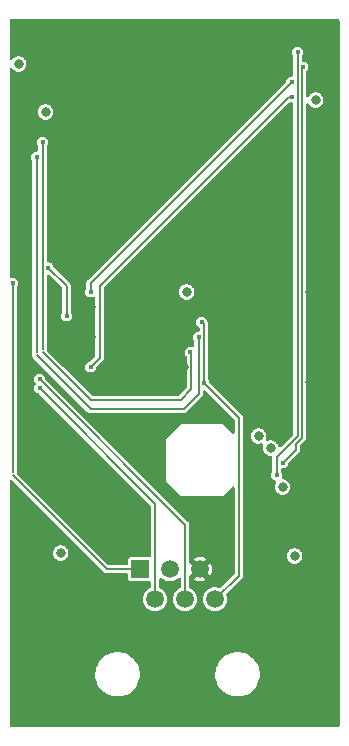
<source format=gbr>
%TF.GenerationSoftware,KiCad,Pcbnew,(6.0.0-rc1-343-g73b39e836d)*%
%TF.CreationDate,2021-12-09T15:59:46-05:00*%
%TF.ProjectId,Celestron-WiFi,43656c65-7374-4726-9f6e-2d576946692e,rev?*%
%TF.SameCoordinates,Original*%
%TF.FileFunction,Copper,L4,Bot*%
%TF.FilePolarity,Positive*%
%FSLAX46Y46*%
G04 Gerber Fmt 4.6, Leading zero omitted, Abs format (unit mm)*
G04 Created by KiCad (PCBNEW (6.0.0-rc1-343-g73b39e836d)) date 2021-12-09 15:59:46*
%MOMM*%
%LPD*%
G01*
G04 APERTURE LIST*
%TA.AperFunction,ComponentPad*%
%ADD10R,1.520000X1.520000*%
%TD*%
%TA.AperFunction,ComponentPad*%
%ADD11C,1.520000*%
%TD*%
%TA.AperFunction,ViaPad*%
%ADD12C,0.812800*%
%TD*%
%TA.AperFunction,ViaPad*%
%ADD13C,0.406400*%
%TD*%
%TA.AperFunction,Conductor*%
%ADD14C,0.203200*%
%TD*%
G04 APERTURE END LIST*
D10*
%TO.P,J2,1*%
%TO.N,DTR*%
X123068004Y-106783988D03*
D11*
%TO.P,J2,2*%
%TO.N,/RX*%
X124338004Y-109323988D03*
%TO.P,J2,3*%
%TO.N,+12V*%
X125608004Y-106783988D03*
%TO.P,J2,4*%
%TO.N,/TX*%
X126878004Y-109323988D03*
%TO.P,J2,5*%
%TO.N,GND*%
X128148004Y-106783988D03*
%TO.P,J2,6*%
%TO.N,/BUSY*%
X129418004Y-109323988D03*
%TD*%
D12*
%TO.N,GND*%
X126873000Y-70993000D03*
X125603000Y-70993000D03*
X124333000Y-70993000D03*
X123063000Y-70993000D03*
X126873000Y-69723000D03*
X125603000Y-69723000D03*
X124333000Y-69723000D03*
X123063000Y-69723000D03*
X126873000Y-68453000D03*
X125603000Y-68453000D03*
X124333000Y-68453000D03*
X123063000Y-68453000D03*
X126873000Y-67183000D03*
X125603000Y-67183000D03*
X124333000Y-67183000D03*
X123063000Y-67183000D03*
X135890000Y-61722000D03*
X137413010Y-90932000D03*
X123952000Y-99060000D03*
X121964612Y-102974333D03*
X118872000Y-90932000D03*
X112776000Y-68072000D03*
X118110000Y-98298000D03*
X123190000Y-93980000D03*
X114046000Y-64262000D03*
X115062000Y-69342000D03*
X137922000Y-61468000D03*
X116840000Y-88900000D03*
X137414000Y-96774000D03*
X118872000Y-87122000D03*
X133096000Y-99568000D03*
X118872000Y-84582000D03*
X127000000Y-84582000D03*
X126746000Y-89662000D03*
X114554000Y-93980000D03*
X137413010Y-83312000D03*
D13*
%TO.N,EN*%
X115285064Y-81249064D03*
X116840000Y-85344000D03*
D12*
%TO.N,VCC*%
X136144000Y-105664000D03*
X134112000Y-96520000D03*
X137922000Y-67056000D03*
X116332000Y-105410000D03*
X133096000Y-95504000D03*
X115062000Y-68072000D03*
X127000000Y-83312000D03*
X135128000Y-99822000D03*
X112776000Y-64008000D03*
D13*
%TO.N,DTR*%
X112268000Y-82550000D03*
%TO.N,/RX*%
X114554000Y-91440000D03*
%TO.N,/TX*%
X114554000Y-90678000D03*
%TO.N,/BUSY*%
X128270000Y-85852000D03*
X128472700Y-91027342D03*
%TO.N,IO32*%
X127305300Y-88392000D03*
X114808000Y-70612000D03*
%TO.N,IO33*%
X114300000Y-71882000D03*
X128016000Y-87122000D03*
%TO.N,RXD0*%
X135890000Y-66802000D03*
X118872000Y-89662000D03*
%TO.N,TXD0*%
X118872000Y-83312000D03*
X135890000Y-65532000D03*
%TO.N,TXG*%
X135128000Y-97790000D03*
X136854700Y-64262000D03*
%TO.N,RXG*%
X134620000Y-98806000D03*
X136398000Y-62992000D03*
%TD*%
D14*
%TO.N,EN*%
X116840000Y-82804000D02*
X116840000Y-85344000D01*
X115285064Y-81249064D02*
X116840000Y-82804000D01*
%TO.N,DTR*%
X123068004Y-106783988D02*
X120245988Y-106783988D01*
X112268000Y-98552000D02*
X112268000Y-82550000D01*
X112268000Y-98806000D02*
X120245988Y-106783988D01*
%TO.N,/RX*%
X124338004Y-101224004D02*
X114554000Y-91440000D01*
X124338004Y-109323988D02*
X124338004Y-101224004D01*
%TO.N,/TX*%
X126878004Y-109323988D02*
X126878004Y-103002004D01*
X126878004Y-103002004D02*
X114554000Y-90678000D01*
%TO.N,/BUSY*%
X128472701Y-86054701D02*
X128472700Y-91027342D01*
X129418004Y-109323988D02*
X131419620Y-107322372D01*
X128270000Y-85852000D02*
X128472701Y-86054701D01*
X131419620Y-93974262D02*
X128472700Y-91027342D01*
X131419620Y-107322372D02*
X131419620Y-93974262D01*
%TO.N,IO32*%
X127406889Y-88493589D02*
X127406889Y-91541111D01*
X114808000Y-88138000D02*
X114808000Y-70612000D01*
X127406889Y-91541111D02*
X126492000Y-92456000D01*
X126492000Y-92456000D02*
X118872000Y-92456000D01*
X118872000Y-92456000D02*
X114808000Y-88392000D01*
X127305300Y-88392000D02*
X127406889Y-88493589D01*
%TO.N,IO33*%
X126746000Y-93218000D02*
X118872000Y-93218000D01*
X128016000Y-91948000D02*
X126746000Y-93218000D01*
X114300000Y-88392000D02*
X114300000Y-71882000D01*
X128016000Y-87122000D02*
X128016000Y-91948000D01*
X118872000Y-93218000D02*
X114300000Y-88646000D01*
%TO.N,RXD0*%
X118872000Y-89662000D02*
X119634000Y-88900000D01*
X119634000Y-88900000D02*
X119634000Y-82804000D01*
X135636000Y-66802000D02*
X135890000Y-66802000D01*
X119634000Y-82804000D02*
X135636000Y-66802000D01*
%TO.N,TXD0*%
X118872000Y-83312000D02*
X118872000Y-82550000D01*
X118872000Y-82550000D02*
X135890000Y-65532000D01*
%TO.N,TXG*%
X136245111Y-96159091D02*
X136753111Y-95651091D01*
X136753111Y-64363589D02*
X136854700Y-64262000D01*
X136753110Y-95651091D02*
X136753111Y-64363589D01*
X135128000Y-97790000D02*
X136245111Y-96672889D01*
X136245111Y-96672889D02*
X136245111Y-96159091D01*
%TO.N,RXG*%
X134620000Y-98806000D02*
X134620000Y-97282000D01*
X134620000Y-97282000D02*
X136398000Y-95504000D01*
X136398000Y-95504000D02*
X136398000Y-62992000D01*
%TD*%
%TA.AperFunction,Conductor*%
%TO.N,GND*%
G36*
X139896121Y-60218002D02*
G01*
X139942614Y-60271658D01*
X139954000Y-60324000D01*
X139954000Y-120016000D01*
X139933998Y-120084121D01*
X139880342Y-120130614D01*
X139828000Y-120142000D01*
X112140000Y-120142000D01*
X112071879Y-120121998D01*
X112025386Y-120068342D01*
X112014000Y-120016000D01*
X112014000Y-115614801D01*
X119274633Y-115614801D01*
X119274808Y-115619252D01*
X119281481Y-115789093D01*
X119285082Y-115880760D01*
X119332902Y-116142595D01*
X119334311Y-116146818D01*
X119389511Y-116312272D01*
X119417137Y-116395079D01*
X119536107Y-116633175D01*
X119687438Y-116852133D01*
X119690460Y-116855402D01*
X119810534Y-116985297D01*
X119868111Y-117047584D01*
X119871565Y-117050396D01*
X120071064Y-117212814D01*
X120071068Y-117212817D01*
X120074521Y-117215628D01*
X120078343Y-117217929D01*
X120235726Y-117312681D01*
X120302549Y-117352912D01*
X120397900Y-117393288D01*
X120543543Y-117454961D01*
X120543548Y-117454963D01*
X120547646Y-117456698D01*
X120551943Y-117457837D01*
X120551948Y-117457839D01*
X120676283Y-117490805D01*
X120804921Y-117524913D01*
X120809338Y-117525436D01*
X120809339Y-117525436D01*
X120868099Y-117532391D01*
X121069241Y-117556197D01*
X121335332Y-117549926D01*
X121339726Y-117549195D01*
X121339733Y-117549194D01*
X121593483Y-117506959D01*
X121593487Y-117506958D01*
X121597885Y-117506226D01*
X121764009Y-117453688D01*
X121847415Y-117427310D01*
X121847417Y-117427309D01*
X121851661Y-117425967D01*
X122091597Y-117310751D01*
X122095303Y-117308275D01*
X122309197Y-117165356D01*
X122309201Y-117165353D01*
X122312905Y-117162878D01*
X122316222Y-117159907D01*
X122316226Y-117159904D01*
X122507854Y-116988267D01*
X122511170Y-116985297D01*
X122682436Y-116781552D01*
X122823284Y-116555709D01*
X122930907Y-116312272D01*
X123003155Y-116056100D01*
X123026706Y-115880760D01*
X123038160Y-115795486D01*
X123038161Y-115795478D01*
X123038587Y-115792304D01*
X123042305Y-115673988D01*
X123038114Y-115614801D01*
X129434633Y-115614801D01*
X129434808Y-115619252D01*
X129441481Y-115789093D01*
X129445082Y-115880760D01*
X129492902Y-116142595D01*
X129494311Y-116146818D01*
X129549511Y-116312272D01*
X129577137Y-116395079D01*
X129696107Y-116633175D01*
X129847438Y-116852133D01*
X129850460Y-116855402D01*
X129970534Y-116985297D01*
X130028111Y-117047584D01*
X130031565Y-117050396D01*
X130231064Y-117212814D01*
X130231068Y-117212817D01*
X130234521Y-117215628D01*
X130238343Y-117217929D01*
X130395726Y-117312681D01*
X130462549Y-117352912D01*
X130557900Y-117393288D01*
X130703543Y-117454961D01*
X130703548Y-117454963D01*
X130707646Y-117456698D01*
X130711943Y-117457837D01*
X130711948Y-117457839D01*
X130836283Y-117490805D01*
X130964921Y-117524913D01*
X130969338Y-117525436D01*
X130969339Y-117525436D01*
X131028099Y-117532391D01*
X131229241Y-117556197D01*
X131495332Y-117549926D01*
X131499726Y-117549195D01*
X131499733Y-117549194D01*
X131753483Y-117506959D01*
X131753487Y-117506958D01*
X131757885Y-117506226D01*
X131924009Y-117453688D01*
X132007415Y-117427310D01*
X132007417Y-117427309D01*
X132011661Y-117425967D01*
X132251597Y-117310751D01*
X132255303Y-117308275D01*
X132469197Y-117165356D01*
X132469201Y-117165353D01*
X132472905Y-117162878D01*
X132476222Y-117159907D01*
X132476226Y-117159904D01*
X132667854Y-116988267D01*
X132671170Y-116985297D01*
X132842436Y-116781552D01*
X132983284Y-116555709D01*
X133090907Y-116312272D01*
X133163155Y-116056100D01*
X133186706Y-115880760D01*
X133198160Y-115795486D01*
X133198161Y-115795478D01*
X133198587Y-115792304D01*
X133202305Y-115673988D01*
X133183507Y-115408488D01*
X133170920Y-115350022D01*
X133128423Y-115152637D01*
X133127486Y-115148285D01*
X133108211Y-115096036D01*
X133036903Y-114902748D01*
X133035362Y-114898571D01*
X132908972Y-114664329D01*
X132750838Y-114450232D01*
X132710571Y-114409327D01*
X132567246Y-114263734D01*
X132564115Y-114260553D01*
X132352528Y-114099075D01*
X132300511Y-114069944D01*
X132124186Y-113971197D01*
X132124183Y-113971196D01*
X132120300Y-113969021D01*
X132116161Y-113967420D01*
X132116153Y-113967416D01*
X131932290Y-113896286D01*
X131872064Y-113872986D01*
X131867739Y-113871983D01*
X131867734Y-113871982D01*
X131725575Y-113839032D01*
X131612774Y-113812886D01*
X131347601Y-113789919D01*
X131343166Y-113790163D01*
X131343162Y-113790163D01*
X131086281Y-113804300D01*
X131086274Y-113804301D01*
X131081838Y-113804545D01*
X130820788Y-113856471D01*
X130816578Y-113857949D01*
X130816576Y-113857950D01*
X130670124Y-113909381D01*
X130569658Y-113944662D01*
X130565707Y-113946715D01*
X130565701Y-113946717D01*
X130337409Y-114065305D01*
X130333459Y-114067357D01*
X130329844Y-114069940D01*
X130329838Y-114069944D01*
X130193129Y-114167638D01*
X130116905Y-114222109D01*
X129924316Y-114405830D01*
X129759535Y-114614854D01*
X129625850Y-114845010D01*
X129624182Y-114849127D01*
X129624179Y-114849134D01*
X129527601Y-115087574D01*
X129525927Y-115091707D01*
X129461762Y-115350022D01*
X129434633Y-115614801D01*
X123038114Y-115614801D01*
X123023507Y-115408488D01*
X123010920Y-115350022D01*
X122968423Y-115152637D01*
X122967486Y-115148285D01*
X122948211Y-115096036D01*
X122876903Y-114902748D01*
X122875362Y-114898571D01*
X122748972Y-114664329D01*
X122590838Y-114450232D01*
X122550571Y-114409327D01*
X122407246Y-114263734D01*
X122404115Y-114260553D01*
X122192528Y-114099075D01*
X122140511Y-114069944D01*
X121964186Y-113971197D01*
X121964183Y-113971196D01*
X121960300Y-113969021D01*
X121956161Y-113967420D01*
X121956153Y-113967416D01*
X121772290Y-113896286D01*
X121712064Y-113872986D01*
X121707739Y-113871983D01*
X121707734Y-113871982D01*
X121565575Y-113839032D01*
X121452774Y-113812886D01*
X121187601Y-113789919D01*
X121183166Y-113790163D01*
X121183162Y-113790163D01*
X120926281Y-113804300D01*
X120926274Y-113804301D01*
X120921838Y-113804545D01*
X120660788Y-113856471D01*
X120656578Y-113857949D01*
X120656576Y-113857950D01*
X120510124Y-113909381D01*
X120409658Y-113944662D01*
X120405707Y-113946715D01*
X120405701Y-113946717D01*
X120177409Y-114065305D01*
X120173459Y-114067357D01*
X120169844Y-114069940D01*
X120169838Y-114069944D01*
X120033129Y-114167638D01*
X119956905Y-114222109D01*
X119764316Y-114405830D01*
X119599535Y-114614854D01*
X119465850Y-114845010D01*
X119464182Y-114849127D01*
X119464179Y-114849134D01*
X119367601Y-115087574D01*
X119365927Y-115091707D01*
X119301762Y-115350022D01*
X119274633Y-115614801D01*
X112014000Y-115614801D01*
X112014000Y-105403028D01*
X115666283Y-105403028D01*
X115683836Y-105562026D01*
X115738809Y-105712246D01*
X115743046Y-105718552D01*
X115743048Y-105718555D01*
X115773992Y-105764604D01*
X115828028Y-105845017D01*
X115946341Y-105952675D01*
X116086920Y-106029002D01*
X116241647Y-106069594D01*
X116326033Y-106070920D01*
X116393993Y-106071988D01*
X116393996Y-106071988D01*
X116401590Y-106072107D01*
X116457334Y-106059340D01*
X116550113Y-106038091D01*
X116550117Y-106038090D01*
X116557516Y-106036395D01*
X116647982Y-105990896D01*
X116693640Y-105967933D01*
X116693643Y-105967931D01*
X116700423Y-105964521D01*
X116706195Y-105959592D01*
X116706197Y-105959590D01*
X116816288Y-105865563D01*
X116816289Y-105865562D01*
X116822060Y-105860633D01*
X116887554Y-105769488D01*
X116910974Y-105736896D01*
X116910975Y-105736894D01*
X116915405Y-105730729D01*
X116950364Y-105643767D01*
X116972235Y-105589360D01*
X116972235Y-105589359D01*
X116975069Y-105582310D01*
X116997608Y-105423942D01*
X116997754Y-105410000D01*
X116996911Y-105403028D01*
X116979449Y-105258735D01*
X116978537Y-105251195D01*
X116928343Y-105118361D01*
X116924678Y-105108661D01*
X116924677Y-105108658D01*
X116921994Y-105101559D01*
X116831389Y-104969729D01*
X116784274Y-104927751D01*
X116717627Y-104868370D01*
X116717624Y-104868368D01*
X116711955Y-104863317D01*
X116697919Y-104855885D01*
X116577297Y-104792019D01*
X116577298Y-104792019D01*
X116570585Y-104788465D01*
X116563220Y-104786615D01*
X116422812Y-104751347D01*
X116422808Y-104751347D01*
X116415441Y-104749496D01*
X116407841Y-104749456D01*
X116407840Y-104749456D01*
X116342147Y-104749112D01*
X116255480Y-104748658D01*
X116248100Y-104750430D01*
X116248098Y-104750430D01*
X116107317Y-104784229D01*
X116107315Y-104784230D01*
X116099937Y-104786001D01*
X115957791Y-104859368D01*
X115952069Y-104864360D01*
X115952067Y-104864361D01*
X115885196Y-104922697D01*
X115837248Y-104964524D01*
X115745269Y-105095397D01*
X115738109Y-105113762D01*
X115695235Y-105223729D01*
X115687162Y-105244434D01*
X115686170Y-105251967D01*
X115686170Y-105251968D01*
X115673344Y-105349397D01*
X115666283Y-105403028D01*
X112014000Y-105403028D01*
X112014000Y-99359791D01*
X112034002Y-99291670D01*
X112087658Y-99245177D01*
X112157932Y-99235073D01*
X112222512Y-99264567D01*
X112229095Y-99270696D01*
X116107903Y-103149505D01*
X119957821Y-106999423D01*
X119970493Y-107015113D01*
X119973315Y-107018214D01*
X119978963Y-107026962D01*
X119987141Y-107033409D01*
X120003355Y-107046191D01*
X120007385Y-107049772D01*
X120007468Y-107049674D01*
X120011425Y-107053027D01*
X120015106Y-107056708D01*
X120019338Y-107059732D01*
X120019340Y-107059734D01*
X120029699Y-107067137D01*
X120034444Y-107070700D01*
X120063883Y-107093908D01*
X120063885Y-107093909D01*
X120072063Y-107100356D01*
X120080168Y-107103202D01*
X120087159Y-107108198D01*
X120132764Y-107121837D01*
X120133050Y-107121922D01*
X120138695Y-107123756D01*
X120176435Y-107137009D01*
X120176438Y-107137010D01*
X120183917Y-107139636D01*
X120189136Y-107140088D01*
X120191847Y-107140088D01*
X120194124Y-107140186D01*
X120194573Y-107140321D01*
X120194571Y-107140375D01*
X120194804Y-107140390D01*
X120200740Y-107142165D01*
X120251138Y-107140185D01*
X120256084Y-107140088D01*
X121927505Y-107140088D01*
X121995626Y-107160090D01*
X122042119Y-107213746D01*
X122053505Y-107266088D01*
X122053505Y-107569054D01*
X122055925Y-107581219D01*
X122064450Y-107624082D01*
X122068270Y-107643289D01*
X122075165Y-107653609D01*
X122075166Y-107653610D01*
X122084453Y-107667508D01*
X122124520Y-107727472D01*
X122208703Y-107783722D01*
X122282937Y-107798488D01*
X122289124Y-107798488D01*
X123853070Y-107798487D01*
X123853070Y-107800618D01*
X123913312Y-107812046D01*
X123964838Y-107860888D01*
X123981904Y-107924208D01*
X123981904Y-108289024D01*
X123961902Y-108357145D01*
X123914280Y-108400685D01*
X123779813Y-108470983D01*
X123624761Y-108595648D01*
X123496876Y-108748056D01*
X123401029Y-108922400D01*
X123340872Y-109112041D01*
X123318694Y-109309755D01*
X123335342Y-109508011D01*
X123390181Y-109699257D01*
X123393000Y-109704742D01*
X123478305Y-109870728D01*
X123478308Y-109870733D01*
X123481123Y-109876210D01*
X123604703Y-110032129D01*
X123609397Y-110036124D01*
X123644512Y-110066009D01*
X123756213Y-110161075D01*
X123761591Y-110164081D01*
X123761593Y-110164082D01*
X123803461Y-110187481D01*
X123929885Y-110258136D01*
X123935744Y-110260040D01*
X123935747Y-110260041D01*
X124113238Y-110317712D01*
X124119101Y-110319617D01*
X124125221Y-110320347D01*
X124125222Y-110320347D01*
X124174754Y-110326253D01*
X124316655Y-110343173D01*
X124322790Y-110342701D01*
X124322792Y-110342701D01*
X124508882Y-110328383D01*
X124508887Y-110328382D01*
X124515023Y-110327910D01*
X124520955Y-110326254D01*
X124520959Y-110326253D01*
X124610835Y-110301159D01*
X124706647Y-110274407D01*
X124884231Y-110184703D01*
X124914474Y-110161075D01*
X125036152Y-110066009D01*
X125041008Y-110062215D01*
X125171009Y-109911608D01*
X125174052Y-109906251D01*
X125174055Y-109906247D01*
X125220144Y-109825114D01*
X125269280Y-109738619D01*
X125280550Y-109704742D01*
X125330133Y-109555689D01*
X125332080Y-109549837D01*
X125357016Y-109352452D01*
X125357413Y-109323988D01*
X125356018Y-109309755D01*
X125338600Y-109132117D01*
X125337999Y-109125984D01*
X125280495Y-108935521D01*
X125187091Y-108759856D01*
X125061347Y-108605678D01*
X124908050Y-108478860D01*
X124816314Y-108429258D01*
X124760175Y-108398903D01*
X124709766Y-108348908D01*
X124694104Y-108288068D01*
X124694104Y-107611116D01*
X124714106Y-107542995D01*
X124767762Y-107496502D01*
X124838036Y-107486398D01*
X124901767Y-107515163D01*
X124957818Y-107562866D01*
X125013835Y-107610540D01*
X125026213Y-107621075D01*
X125031591Y-107624081D01*
X125031593Y-107624082D01*
X125073461Y-107647481D01*
X125199885Y-107718136D01*
X125205744Y-107720040D01*
X125205747Y-107720041D01*
X125289456Y-107747240D01*
X125389101Y-107779617D01*
X125395221Y-107780347D01*
X125395222Y-107780347D01*
X125444754Y-107786253D01*
X125586655Y-107803173D01*
X125592790Y-107802701D01*
X125592792Y-107802701D01*
X125778882Y-107788383D01*
X125778887Y-107788382D01*
X125785023Y-107787910D01*
X125790955Y-107786254D01*
X125790959Y-107786253D01*
X125880835Y-107761158D01*
X125976647Y-107734407D01*
X126154231Y-107644703D01*
X126184474Y-107621075D01*
X126306153Y-107526008D01*
X126311008Y-107522215D01*
X126311031Y-107522245D01*
X126372142Y-107490792D01*
X126442813Y-107497588D01*
X126498590Y-107541513D01*
X126521904Y-107614531D01*
X126521904Y-108289024D01*
X126501902Y-108357145D01*
X126454280Y-108400685D01*
X126319813Y-108470983D01*
X126164761Y-108595648D01*
X126036876Y-108748056D01*
X125941029Y-108922400D01*
X125880872Y-109112041D01*
X125858694Y-109309755D01*
X125875342Y-109508011D01*
X125930181Y-109699257D01*
X125933000Y-109704742D01*
X126018305Y-109870728D01*
X126018308Y-109870733D01*
X126021123Y-109876210D01*
X126144703Y-110032129D01*
X126149397Y-110036124D01*
X126184512Y-110066009D01*
X126296213Y-110161075D01*
X126301591Y-110164081D01*
X126301593Y-110164082D01*
X126343461Y-110187481D01*
X126469885Y-110258136D01*
X126475744Y-110260040D01*
X126475747Y-110260041D01*
X126653238Y-110317712D01*
X126659101Y-110319617D01*
X126665221Y-110320347D01*
X126665222Y-110320347D01*
X126714754Y-110326253D01*
X126856655Y-110343173D01*
X126862790Y-110342701D01*
X126862792Y-110342701D01*
X127048882Y-110328383D01*
X127048887Y-110328382D01*
X127055023Y-110327910D01*
X127060955Y-110326254D01*
X127060959Y-110326253D01*
X127150835Y-110301159D01*
X127246647Y-110274407D01*
X127424231Y-110184703D01*
X127454474Y-110161075D01*
X127576152Y-110066009D01*
X127581008Y-110062215D01*
X127711009Y-109911608D01*
X127714052Y-109906251D01*
X127714055Y-109906247D01*
X127760144Y-109825114D01*
X127809280Y-109738619D01*
X127820550Y-109704742D01*
X127870133Y-109555689D01*
X127872080Y-109549837D01*
X127897016Y-109352452D01*
X127897413Y-109323988D01*
X127896018Y-109309755D01*
X127878600Y-109132117D01*
X127877999Y-109125984D01*
X127820495Y-108935521D01*
X127727091Y-108759856D01*
X127601347Y-108605678D01*
X127448050Y-108478860D01*
X127356314Y-108429258D01*
X127300175Y-108398903D01*
X127249766Y-108348908D01*
X127234104Y-108288068D01*
X127234104Y-107657529D01*
X127639292Y-107657529D01*
X127644201Y-107664088D01*
X127734706Y-107714668D01*
X127745947Y-107719579D01*
X127923350Y-107777221D01*
X127935324Y-107779854D01*
X128120554Y-107801942D01*
X128132803Y-107802199D01*
X128318793Y-107787888D01*
X128330872Y-107785757D01*
X128510521Y-107735598D01*
X128521971Y-107731157D01*
X128647975Y-107667508D01*
X128658261Y-107657861D01*
X128656023Y-107651218D01*
X128160815Y-107156009D01*
X128146872Y-107148396D01*
X128145038Y-107148527D01*
X128138424Y-107152778D01*
X127646049Y-107645154D01*
X127639292Y-107657529D01*
X127234104Y-107657529D01*
X127234104Y-107390563D01*
X127254106Y-107322442D01*
X127273505Y-107300334D01*
X127272976Y-107299805D01*
X127775983Y-106796799D01*
X127782360Y-106785120D01*
X128512412Y-106785120D01*
X128512543Y-106786954D01*
X128516794Y-106793568D01*
X129009070Y-107285843D01*
X129021445Y-107292600D01*
X129028179Y-107287559D01*
X129075774Y-107203777D01*
X129080768Y-107192561D01*
X129139643Y-107015577D01*
X129142363Y-107003606D01*
X129166071Y-106815941D01*
X129166562Y-106808914D01*
X129166861Y-106787493D01*
X129166568Y-106780500D01*
X129148106Y-106592214D01*
X129145723Y-106580179D01*
X129091811Y-106401613D01*
X129087137Y-106390272D01*
X129031002Y-106284699D01*
X129021143Y-106274619D01*
X129014015Y-106277188D01*
X128520025Y-106771177D01*
X128512412Y-106785120D01*
X127782360Y-106785120D01*
X127783596Y-106782856D01*
X127783465Y-106781022D01*
X127779214Y-106774408D01*
X127273894Y-106269089D01*
X127276848Y-106266135D01*
X127249522Y-106238813D01*
X127234104Y-106178418D01*
X127234104Y-105910641D01*
X127638377Y-105910641D01*
X127640832Y-105917605D01*
X128135193Y-106411967D01*
X128149136Y-106419580D01*
X128150970Y-106419449D01*
X128157584Y-106415198D01*
X128650268Y-105922513D01*
X128657025Y-105910138D01*
X128652366Y-105903914D01*
X128548271Y-105847629D01*
X128536956Y-105842873D01*
X128358769Y-105787715D01*
X128346758Y-105785249D01*
X128161245Y-105765751D01*
X128148977Y-105765666D01*
X127963219Y-105782571D01*
X127951170Y-105784869D01*
X127772224Y-105837536D01*
X127760856Y-105842129D01*
X127648526Y-105900854D01*
X127638377Y-105910641D01*
X127234104Y-105910641D01*
X127234104Y-103053436D01*
X127236239Y-103033375D01*
X127236436Y-103029191D01*
X127238628Y-103019011D01*
X127234977Y-102988164D01*
X127234660Y-102982789D01*
X127234532Y-102982800D01*
X127234104Y-102977622D01*
X127234104Y-102972420D01*
X127231165Y-102954761D01*
X127230330Y-102948889D01*
X127225920Y-102911630D01*
X127225918Y-102911623D01*
X127224694Y-102901282D01*
X127220974Y-102893536D01*
X127219564Y-102885062D01*
X127196812Y-102842895D01*
X127194119Y-102837608D01*
X127176809Y-102801562D01*
X127176807Y-102801559D01*
X127173376Y-102794414D01*
X127170005Y-102790404D01*
X127168067Y-102788466D01*
X127166552Y-102786815D01*
X127166331Y-102786405D01*
X127166373Y-102786367D01*
X127166212Y-102786184D01*
X127163269Y-102780730D01*
X127126209Y-102746472D01*
X127122643Y-102743042D01*
X115039204Y-90659602D01*
X115005178Y-90597290D01*
X115003572Y-90588369D01*
X114999095Y-90557107D01*
X114999093Y-90557100D01*
X114997821Y-90548218D01*
X114943556Y-90428869D01*
X114857975Y-90329547D01*
X114844895Y-90321069D01*
X114755489Y-90263118D01*
X114755487Y-90263117D01*
X114747958Y-90258237D01*
X114622348Y-90220672D01*
X114613372Y-90220617D01*
X114613371Y-90220617D01*
X114558959Y-90220285D01*
X114491244Y-90219871D01*
X114365185Y-90255899D01*
X114357598Y-90260686D01*
X114357596Y-90260687D01*
X114299243Y-90297505D01*
X114254305Y-90325859D01*
X114167517Y-90424128D01*
X114111798Y-90542805D01*
X114104704Y-90588369D01*
X114093009Y-90663478D01*
X114093009Y-90663482D01*
X114091628Y-90672351D01*
X114108627Y-90802350D01*
X114161430Y-90922354D01*
X114167206Y-90929225D01*
X114208140Y-90977922D01*
X114236661Y-91042938D01*
X114225505Y-91113053D01*
X114206131Y-91142405D01*
X114175460Y-91177134D01*
X114167517Y-91186128D01*
X114111798Y-91304805D01*
X114110417Y-91313677D01*
X114093009Y-91425478D01*
X114093009Y-91425482D01*
X114091628Y-91434351D01*
X114092792Y-91443253D01*
X114092792Y-91443256D01*
X114100128Y-91499351D01*
X114108627Y-91564350D01*
X114161430Y-91684354D01*
X114245791Y-91784713D01*
X114354929Y-91857362D01*
X114480070Y-91896459D01*
X114479499Y-91898288D01*
X114539274Y-91928875D01*
X123944999Y-101334601D01*
X123979025Y-101396913D01*
X123981904Y-101423696D01*
X123981904Y-105643767D01*
X123961902Y-105711888D01*
X123908246Y-105758381D01*
X123853071Y-105767574D01*
X123853071Y-105769488D01*
X122282938Y-105769489D01*
X122247186Y-105776600D01*
X122220878Y-105781832D01*
X122220876Y-105781833D01*
X122208703Y-105784254D01*
X122198383Y-105791149D01*
X122198382Y-105791150D01*
X122137989Y-105831504D01*
X122124520Y-105840504D01*
X122068270Y-105924687D01*
X122053504Y-105998921D01*
X122053504Y-106301888D01*
X122033502Y-106370009D01*
X121979846Y-106416502D01*
X121927504Y-106427888D01*
X120445679Y-106427888D01*
X120377558Y-106407886D01*
X120356584Y-106390983D01*
X112661005Y-98695403D01*
X112626979Y-98633091D01*
X112624100Y-98606308D01*
X112624100Y-82885226D01*
X112645587Y-82814945D01*
X112651353Y-82808575D01*
X112701448Y-82705177D01*
X112704604Y-82698664D01*
X112704604Y-82698663D01*
X112708517Y-82690587D01*
X112730269Y-82561298D01*
X112730407Y-82550000D01*
X112723044Y-82498583D01*
X112713094Y-82429104D01*
X112713093Y-82429101D01*
X112711821Y-82420218D01*
X112708107Y-82412049D01*
X112661273Y-82309043D01*
X112661271Y-82309040D01*
X112657556Y-82300869D01*
X112571975Y-82201547D01*
X112521805Y-82169028D01*
X112469489Y-82135118D01*
X112469487Y-82135117D01*
X112461958Y-82130237D01*
X112336348Y-82092672D01*
X112327372Y-82092617D01*
X112327371Y-82092617D01*
X112272959Y-82092285D01*
X112205244Y-82091871D01*
X112174625Y-82100622D01*
X112103630Y-82100110D01*
X112044182Y-82061296D01*
X112015156Y-81996504D01*
X112014000Y-81979473D01*
X112014000Y-71876351D01*
X113837628Y-71876351D01*
X113854627Y-72006350D01*
X113907430Y-72126354D01*
X113913205Y-72133224D01*
X113913208Y-72133229D01*
X113914348Y-72134585D01*
X113915055Y-72136196D01*
X113917951Y-72140849D01*
X113917280Y-72141267D01*
X113942872Y-72199599D01*
X113943900Y-72215663D01*
X113943900Y-88421584D01*
X113944753Y-88426711D01*
X113944754Y-88426719D01*
X113957451Y-88503004D01*
X113956338Y-88550210D01*
X113941568Y-88618809D01*
X113941568Y-88618813D01*
X113939376Y-88628993D01*
X113953310Y-88746722D01*
X113973806Y-88789404D01*
X113997805Y-88839381D01*
X114004628Y-88853590D01*
X114007999Y-88857600D01*
X118583832Y-93433433D01*
X118596509Y-93449129D01*
X118599326Y-93452225D01*
X118604975Y-93460974D01*
X118613153Y-93467421D01*
X118629372Y-93480207D01*
X118633396Y-93483783D01*
X118633479Y-93483685D01*
X118637443Y-93487044D01*
X118641118Y-93490719D01*
X118655737Y-93501167D01*
X118660408Y-93504674D01*
X118698075Y-93534368D01*
X118706181Y-93537214D01*
X118713171Y-93542210D01*
X118746709Y-93552240D01*
X118759071Y-93555937D01*
X118764715Y-93557771D01*
X118802447Y-93571021D01*
X118802450Y-93571022D01*
X118809929Y-93573648D01*
X118815148Y-93574100D01*
X118817859Y-93574100D01*
X118820135Y-93574198D01*
X118820585Y-93574333D01*
X118820583Y-93574387D01*
X118820814Y-93574402D01*
X118826751Y-93576177D01*
X118877149Y-93574197D01*
X118882095Y-93574100D01*
X126694572Y-93574100D01*
X126714621Y-93576234D01*
X126718811Y-93576432D01*
X126728993Y-93578624D01*
X126759840Y-93574973D01*
X126765215Y-93574656D01*
X126765204Y-93574528D01*
X126770382Y-93574100D01*
X126775584Y-93574100D01*
X126786919Y-93572213D01*
X126793243Y-93571161D01*
X126799115Y-93570326D01*
X126836374Y-93565916D01*
X126836381Y-93565914D01*
X126846722Y-93564690D01*
X126854468Y-93560970D01*
X126862942Y-93559560D01*
X126902186Y-93538385D01*
X126905109Y-93536808D01*
X126910396Y-93534115D01*
X126946442Y-93516805D01*
X126946445Y-93516803D01*
X126953590Y-93513372D01*
X126957600Y-93510001D01*
X126959538Y-93508063D01*
X126961189Y-93506548D01*
X126961599Y-93506327D01*
X126961637Y-93506369D01*
X126961820Y-93506208D01*
X126967274Y-93503265D01*
X126978872Y-93490719D01*
X127001531Y-93466206D01*
X127004961Y-93462640D01*
X128231435Y-92236167D01*
X128247125Y-92223495D01*
X128250226Y-92220673D01*
X128258974Y-92215025D01*
X128278203Y-92190633D01*
X128281784Y-92186603D01*
X128281686Y-92186520D01*
X128285039Y-92182563D01*
X128288720Y-92178882D01*
X128299149Y-92164289D01*
X128302712Y-92159544D01*
X128325920Y-92130105D01*
X128325921Y-92130103D01*
X128332368Y-92121925D01*
X128335214Y-92113820D01*
X128340210Y-92106829D01*
X128353937Y-92060929D01*
X128355771Y-92055285D01*
X128369021Y-92017553D01*
X128369022Y-92017550D01*
X128371648Y-92010071D01*
X128372100Y-92004852D01*
X128372100Y-92002141D01*
X128372198Y-91999865D01*
X128372333Y-91999415D01*
X128372387Y-91999417D01*
X128372402Y-91999186D01*
X128374177Y-91993249D01*
X128372197Y-91942851D01*
X128372100Y-91937905D01*
X128372100Y-91734533D01*
X128392102Y-91666412D01*
X128445758Y-91619919D01*
X128516032Y-91609815D01*
X128580612Y-91639309D01*
X128587194Y-91645437D01*
X130375189Y-93433433D01*
X131026615Y-94084859D01*
X131060641Y-94147171D01*
X131063520Y-94173954D01*
X131063520Y-95199330D01*
X131043518Y-95267451D01*
X130989862Y-95313944D01*
X130919588Y-95324048D01*
X130855008Y-95294554D01*
X130848425Y-95288425D01*
X130048000Y-94488000D01*
X126492000Y-94488000D01*
X125222000Y-95758000D01*
X125222000Y-99314000D01*
X126492000Y-100584000D01*
X130048000Y-100584000D01*
X130848425Y-99783575D01*
X130910737Y-99749549D01*
X130981552Y-99754614D01*
X131038388Y-99797161D01*
X131063199Y-99863681D01*
X131063520Y-99872670D01*
X131063520Y-107122680D01*
X131043518Y-107190801D01*
X131026615Y-107211775D01*
X129898185Y-108340205D01*
X129835873Y-108374231D01*
X129771831Y-108371475D01*
X129670812Y-108340205D01*
X129622985Y-108325400D01*
X129616860Y-108324756D01*
X129616859Y-108324756D01*
X129431250Y-108305248D01*
X129431248Y-108305248D01*
X129425121Y-108304604D01*
X129342809Y-108312095D01*
X129233125Y-108322077D01*
X129233122Y-108322078D01*
X129226986Y-108322636D01*
X129221080Y-108324374D01*
X129221076Y-108324375D01*
X129075224Y-108367301D01*
X129036127Y-108378808D01*
X129030667Y-108381662D01*
X129030668Y-108381662D01*
X128865273Y-108468128D01*
X128865269Y-108468131D01*
X128859813Y-108470983D01*
X128704761Y-108595648D01*
X128576876Y-108748056D01*
X128481029Y-108922400D01*
X128420872Y-109112041D01*
X128398694Y-109309755D01*
X128415342Y-109508011D01*
X128470181Y-109699257D01*
X128473000Y-109704742D01*
X128558305Y-109870728D01*
X128558308Y-109870733D01*
X128561123Y-109876210D01*
X128684703Y-110032129D01*
X128689397Y-110036124D01*
X128724512Y-110066009D01*
X128836213Y-110161075D01*
X128841591Y-110164081D01*
X128841593Y-110164082D01*
X128883461Y-110187481D01*
X129009885Y-110258136D01*
X129015744Y-110260040D01*
X129015747Y-110260041D01*
X129193238Y-110317712D01*
X129199101Y-110319617D01*
X129205221Y-110320347D01*
X129205222Y-110320347D01*
X129254754Y-110326253D01*
X129396655Y-110343173D01*
X129402790Y-110342701D01*
X129402792Y-110342701D01*
X129588882Y-110328383D01*
X129588887Y-110328382D01*
X129595023Y-110327910D01*
X129600955Y-110326254D01*
X129600959Y-110326253D01*
X129690835Y-110301159D01*
X129786647Y-110274407D01*
X129964231Y-110184703D01*
X129994474Y-110161075D01*
X130116152Y-110066009D01*
X130121008Y-110062215D01*
X130251009Y-109911608D01*
X130254052Y-109906251D01*
X130254055Y-109906247D01*
X130300144Y-109825114D01*
X130349280Y-109738619D01*
X130360550Y-109704742D01*
X130410133Y-109555689D01*
X130412080Y-109549837D01*
X130437016Y-109352452D01*
X130437413Y-109323988D01*
X130436018Y-109309755D01*
X130418600Y-109132117D01*
X130417999Y-109125984D01*
X130370597Y-108968980D01*
X130370056Y-108897988D01*
X130402124Y-108843469D01*
X131635053Y-107610540D01*
X131650749Y-107597863D01*
X131653845Y-107595046D01*
X131662594Y-107589397D01*
X131681827Y-107565000D01*
X131685403Y-107560976D01*
X131685305Y-107560893D01*
X131688664Y-107556929D01*
X131692339Y-107553254D01*
X131702787Y-107538635D01*
X131706294Y-107533964D01*
X131735988Y-107496297D01*
X131738834Y-107488191D01*
X131743830Y-107481201D01*
X131757557Y-107435301D01*
X131759391Y-107429657D01*
X131772641Y-107391925D01*
X131772642Y-107391922D01*
X131775268Y-107384443D01*
X131775720Y-107379224D01*
X131775720Y-107376513D01*
X131775818Y-107374237D01*
X131775953Y-107373787D01*
X131776007Y-107373789D01*
X131776022Y-107373558D01*
X131777797Y-107367621D01*
X131775817Y-107317223D01*
X131775720Y-107312277D01*
X131775720Y-105657028D01*
X135478283Y-105657028D01*
X135495836Y-105816026D01*
X135550809Y-105966246D01*
X135555046Y-105972552D01*
X135555048Y-105972555D01*
X135558492Y-105977680D01*
X135640028Y-106099017D01*
X135758341Y-106206675D01*
X135765018Y-106210300D01*
X135765019Y-106210301D01*
X135786443Y-106221933D01*
X135898920Y-106283002D01*
X136053647Y-106323594D01*
X136138033Y-106324920D01*
X136205993Y-106325988D01*
X136205996Y-106325988D01*
X136213590Y-106326107D01*
X136269334Y-106313340D01*
X136362113Y-106292091D01*
X136362117Y-106292090D01*
X136369516Y-106290395D01*
X136440617Y-106254635D01*
X136505640Y-106221933D01*
X136505643Y-106221931D01*
X136512423Y-106218521D01*
X136518195Y-106213592D01*
X136518197Y-106213590D01*
X136628288Y-106119563D01*
X136628289Y-106119562D01*
X136634060Y-106114633D01*
X136689061Y-106038091D01*
X136722974Y-105990896D01*
X136722975Y-105990894D01*
X136727405Y-105984729D01*
X136747023Y-105935929D01*
X136784235Y-105843360D01*
X136784235Y-105843359D01*
X136787069Y-105836310D01*
X136809608Y-105677942D01*
X136809754Y-105664000D01*
X136808911Y-105657028D01*
X136797414Y-105562026D01*
X136790537Y-105505195D01*
X136758276Y-105419818D01*
X136736678Y-105362661D01*
X136736677Y-105362658D01*
X136733994Y-105355559D01*
X136643389Y-105223729D01*
X136596274Y-105181751D01*
X136529627Y-105122370D01*
X136529624Y-105122368D01*
X136523955Y-105117317D01*
X136509919Y-105109885D01*
X136389297Y-105046019D01*
X136389298Y-105046019D01*
X136382585Y-105042465D01*
X136375220Y-105040615D01*
X136234812Y-105005347D01*
X136234808Y-105005347D01*
X136227441Y-105003496D01*
X136219841Y-105003456D01*
X136219840Y-105003456D01*
X136154147Y-105003112D01*
X136067480Y-105002658D01*
X136060100Y-105004430D01*
X136060098Y-105004430D01*
X135919317Y-105038229D01*
X135919315Y-105038230D01*
X135911937Y-105040001D01*
X135824990Y-105084878D01*
X135778911Y-105108661D01*
X135769791Y-105113368D01*
X135764069Y-105118360D01*
X135764067Y-105118361D01*
X135697196Y-105176697D01*
X135649248Y-105218524D01*
X135557269Y-105349397D01*
X135499162Y-105498434D01*
X135498170Y-105505967D01*
X135498170Y-105505968D01*
X135480029Y-105643767D01*
X135478283Y-105657028D01*
X131775720Y-105657028D01*
X131775720Y-94025689D01*
X131777854Y-94005640D01*
X131778052Y-94001450D01*
X131780244Y-93991268D01*
X131776593Y-93960422D01*
X131776276Y-93955045D01*
X131776148Y-93955056D01*
X131775720Y-93949878D01*
X131775720Y-93944678D01*
X131774866Y-93939546D01*
X131772778Y-93927001D01*
X131771941Y-93921123D01*
X131767533Y-93883882D01*
X131766309Y-93873539D01*
X131762591Y-93865796D01*
X131761180Y-93857320D01*
X131755698Y-93847159D01*
X131738426Y-93815148D01*
X131735733Y-93809862D01*
X131718425Y-93773820D01*
X131718423Y-93773817D01*
X131714992Y-93766672D01*
X131711621Y-93762662D01*
X131709683Y-93760724D01*
X131708168Y-93759073D01*
X131707947Y-93758663D01*
X131707989Y-93758625D01*
X131707828Y-93758442D01*
X131704885Y-93752988D01*
X131667825Y-93718730D01*
X131664260Y-93715301D01*
X128957904Y-91008944D01*
X128923878Y-90946632D01*
X128922272Y-90937711D01*
X128917795Y-90906449D01*
X128917793Y-90906442D01*
X128916521Y-90897560D01*
X128876969Y-90810570D01*
X128865971Y-90786381D01*
X128865970Y-90786379D01*
X128862256Y-90778211D01*
X128856398Y-90771413D01*
X128851561Y-90763849D01*
X128853736Y-90762458D01*
X128830034Y-90710176D01*
X128828800Y-90692587D01*
X128828801Y-86106133D01*
X128830936Y-86086072D01*
X128831133Y-86081888D01*
X128833325Y-86071708D01*
X128829674Y-86040861D01*
X128829357Y-86035486D01*
X128829229Y-86035497D01*
X128828801Y-86030319D01*
X128828801Y-86025117D01*
X128825862Y-86007458D01*
X128825027Y-86001586D01*
X128820617Y-85964327D01*
X128820615Y-85964320D01*
X128819391Y-85953979D01*
X128815671Y-85946233D01*
X128814261Y-85937759D01*
X128791509Y-85895592D01*
X128788816Y-85890305D01*
X128771503Y-85854254D01*
X128768073Y-85847111D01*
X128764703Y-85843101D01*
X128762780Y-85841178D01*
X128761246Y-85839505D01*
X128761025Y-85839096D01*
X128761066Y-85839059D01*
X128760909Y-85838881D01*
X128757966Y-85833427D01*
X128750318Y-85826357D01*
X128744289Y-85818585D01*
X128719120Y-85759219D01*
X128715094Y-85731105D01*
X128715094Y-85731103D01*
X128713821Y-85722218D01*
X128659556Y-85602869D01*
X128573975Y-85503547D01*
X128519673Y-85468350D01*
X128471489Y-85437118D01*
X128471487Y-85437117D01*
X128463958Y-85432237D01*
X128338348Y-85394672D01*
X128329372Y-85394617D01*
X128329371Y-85394617D01*
X128274959Y-85394285D01*
X128207244Y-85393871D01*
X128081185Y-85429899D01*
X128073598Y-85434686D01*
X128073596Y-85434687D01*
X128034357Y-85459445D01*
X127970305Y-85499859D01*
X127883517Y-85598128D01*
X127827798Y-85716805D01*
X127826417Y-85725677D01*
X127809009Y-85837478D01*
X127809009Y-85837482D01*
X127807628Y-85846351D01*
X127808792Y-85855253D01*
X127808792Y-85855256D01*
X127813725Y-85892979D01*
X127824627Y-85976350D01*
X127877430Y-86096354D01*
X127961791Y-86196713D01*
X128060421Y-86262367D01*
X128106043Y-86316765D01*
X128116601Y-86367254D01*
X128116601Y-86538097D01*
X128096599Y-86606218D01*
X128042943Y-86652711D01*
X127989832Y-86664095D01*
X127953244Y-86663871D01*
X127827185Y-86699899D01*
X127716305Y-86769859D01*
X127629517Y-86868128D01*
X127573798Y-86986805D01*
X127572417Y-86995677D01*
X127555009Y-87107478D01*
X127555009Y-87107482D01*
X127553628Y-87116351D01*
X127570627Y-87246350D01*
X127623430Y-87366354D01*
X127629205Y-87373224D01*
X127629208Y-87373229D01*
X127630348Y-87374585D01*
X127631055Y-87376196D01*
X127633951Y-87380849D01*
X127633280Y-87381267D01*
X127658872Y-87439599D01*
X127659900Y-87455663D01*
X127659900Y-87851083D01*
X127639898Y-87919204D01*
X127586242Y-87965697D01*
X127515968Y-87975801D01*
X127497799Y-87971800D01*
X127382253Y-87937245D01*
X127382250Y-87937245D01*
X127373648Y-87934672D01*
X127364672Y-87934617D01*
X127364671Y-87934617D01*
X127310259Y-87934285D01*
X127242544Y-87933871D01*
X127116485Y-87969899D01*
X127108898Y-87974686D01*
X127108896Y-87974687D01*
X127050543Y-88011505D01*
X127005605Y-88039859D01*
X126918817Y-88138128D01*
X126863098Y-88256805D01*
X126861717Y-88265677D01*
X126844309Y-88377478D01*
X126844309Y-88377482D01*
X126842928Y-88386351D01*
X126844092Y-88395253D01*
X126844092Y-88395256D01*
X126851427Y-88451350D01*
X126859927Y-88516350D01*
X126912730Y-88636354D01*
X126997091Y-88736713D01*
X127004559Y-88741684D01*
X127008773Y-88745452D01*
X127046223Y-88805768D01*
X127050789Y-88839381D01*
X127050789Y-91341419D01*
X127030787Y-91409540D01*
X127013884Y-91430514D01*
X126381403Y-92062995D01*
X126319091Y-92097021D01*
X126292308Y-92099900D01*
X119071691Y-92099900D01*
X119003570Y-92079898D01*
X118982596Y-92062995D01*
X116575953Y-89656351D01*
X118409628Y-89656351D01*
X118426627Y-89786350D01*
X118479430Y-89906354D01*
X118563791Y-90006713D01*
X118571262Y-90011686D01*
X118571263Y-90011687D01*
X118587470Y-90022475D01*
X118672929Y-90079362D01*
X118762372Y-90107306D01*
X118789501Y-90115782D01*
X118789502Y-90115782D01*
X118798070Y-90118459D01*
X118862505Y-90119640D01*
X118920178Y-90120697D01*
X118920181Y-90120697D01*
X118929154Y-90120861D01*
X118970547Y-90109576D01*
X119046982Y-90088738D01*
X119046985Y-90088737D01*
X119055644Y-90086376D01*
X119067068Y-90079362D01*
X119159719Y-90022475D01*
X119159722Y-90022472D01*
X119167371Y-90017776D01*
X119255353Y-89920575D01*
X119266225Y-89898136D01*
X119308604Y-89810664D01*
X119308604Y-89810663D01*
X119312517Y-89802587D01*
X119321513Y-89749118D01*
X119356672Y-89680929D01*
X119849433Y-89188168D01*
X119865129Y-89175491D01*
X119868225Y-89172674D01*
X119876974Y-89167025D01*
X119896207Y-89142628D01*
X119899785Y-89138601D01*
X119899687Y-89138518D01*
X119903042Y-89134559D01*
X119906720Y-89130881D01*
X119909739Y-89126657D01*
X119909747Y-89126647D01*
X119917136Y-89116306D01*
X119920701Y-89111557D01*
X119943919Y-89082105D01*
X119950368Y-89073925D01*
X119953214Y-89065820D01*
X119958210Y-89058829D01*
X119971934Y-89012938D01*
X119973768Y-89007293D01*
X119987021Y-88969553D01*
X119987022Y-88969550D01*
X119989648Y-88962071D01*
X119990100Y-88956852D01*
X119990100Y-88954141D01*
X119990198Y-88951864D01*
X119990333Y-88951415D01*
X119990387Y-88951417D01*
X119990402Y-88951184D01*
X119992177Y-88945248D01*
X119990197Y-88894850D01*
X119990100Y-88889904D01*
X119990100Y-83305028D01*
X126334283Y-83305028D01*
X126351836Y-83464026D01*
X126406809Y-83614246D01*
X126411046Y-83620552D01*
X126411048Y-83620555D01*
X126414492Y-83625680D01*
X126496028Y-83747017D01*
X126614341Y-83854675D01*
X126754920Y-83931002D01*
X126909647Y-83971594D01*
X126994033Y-83972920D01*
X127061993Y-83973988D01*
X127061996Y-83973988D01*
X127069590Y-83974107D01*
X127125334Y-83961340D01*
X127218113Y-83940091D01*
X127218117Y-83940090D01*
X127225516Y-83938395D01*
X127296617Y-83902635D01*
X127361640Y-83869933D01*
X127361643Y-83869931D01*
X127368423Y-83866521D01*
X127374195Y-83861592D01*
X127374197Y-83861590D01*
X127484288Y-83767563D01*
X127484289Y-83767562D01*
X127490060Y-83762633D01*
X127535672Y-83699157D01*
X127578974Y-83638896D01*
X127578975Y-83638894D01*
X127583405Y-83632729D01*
X127611346Y-83563225D01*
X127640235Y-83491360D01*
X127640235Y-83491359D01*
X127643069Y-83484310D01*
X127665608Y-83325942D01*
X127665754Y-83312000D01*
X127665071Y-83306351D01*
X127656361Y-83234375D01*
X127646537Y-83153195D01*
X127613685Y-83066254D01*
X127592678Y-83010661D01*
X127592677Y-83010658D01*
X127589994Y-83003559D01*
X127499389Y-82871729D01*
X127428507Y-82808575D01*
X127385627Y-82770370D01*
X127385624Y-82770368D01*
X127379955Y-82765317D01*
X127365919Y-82757885D01*
X127253643Y-82698438D01*
X127238585Y-82690465D01*
X127231220Y-82688615D01*
X127090812Y-82653347D01*
X127090808Y-82653347D01*
X127083441Y-82651496D01*
X127075841Y-82651456D01*
X127075840Y-82651456D01*
X127010147Y-82651112D01*
X126923480Y-82650658D01*
X126916100Y-82652430D01*
X126916098Y-82652430D01*
X126775317Y-82686229D01*
X126775315Y-82686230D01*
X126767937Y-82688001D01*
X126680990Y-82732878D01*
X126634725Y-82756757D01*
X126625791Y-82761368D01*
X126620069Y-82766360D01*
X126620067Y-82766361D01*
X126557425Y-82821007D01*
X126505248Y-82866524D01*
X126466256Y-82922004D01*
X126427949Y-82976510D01*
X126413269Y-82997397D01*
X126355162Y-83146434D01*
X126354170Y-83153967D01*
X126354170Y-83153968D01*
X126349996Y-83185677D01*
X126334283Y-83305028D01*
X119990100Y-83305028D01*
X119990100Y-83003691D01*
X120010102Y-82935570D01*
X120027005Y-82914596D01*
X135660880Y-67280721D01*
X135723192Y-67246695D01*
X135787548Y-67249549D01*
X135807498Y-67255782D01*
X135807506Y-67255783D01*
X135816070Y-67258459D01*
X135874359Y-67259527D01*
X135918209Y-67260331D01*
X135985952Y-67281578D01*
X136031454Y-67336077D01*
X136041900Y-67386310D01*
X136041900Y-95304309D01*
X136021898Y-95372430D01*
X136004995Y-95393404D01*
X134970851Y-96427548D01*
X134908539Y-96461574D01*
X134837724Y-96456509D01*
X134780888Y-96413962D01*
X134759432Y-96368589D01*
X134758537Y-96361195D01*
X134737904Y-96306592D01*
X134704678Y-96218661D01*
X134704677Y-96218658D01*
X134701994Y-96211559D01*
X134611389Y-96079729D01*
X134564274Y-96037751D01*
X134497627Y-95978370D01*
X134497624Y-95978368D01*
X134491955Y-95973317D01*
X134350585Y-95898465D01*
X134343220Y-95896615D01*
X134202812Y-95861347D01*
X134202808Y-95861347D01*
X134195441Y-95859496D01*
X134187841Y-95859456D01*
X134187840Y-95859456D01*
X134122147Y-95859112D01*
X134035480Y-95858658D01*
X134028100Y-95860430D01*
X134028098Y-95860430D01*
X133955994Y-95877741D01*
X133879937Y-95896001D01*
X133875860Y-95898105D01*
X133806320Y-95903013D01*
X133744039Y-95868930D01*
X133710072Y-95806586D01*
X133716311Y-95732923D01*
X133739069Y-95676310D01*
X133761608Y-95517942D01*
X133761754Y-95504000D01*
X133760911Y-95497028D01*
X133748371Y-95393404D01*
X133742537Y-95345195D01*
X133685994Y-95195559D01*
X133595389Y-95063729D01*
X133548274Y-95021751D01*
X133481627Y-94962370D01*
X133481624Y-94962368D01*
X133475955Y-94957317D01*
X133461919Y-94949885D01*
X133341297Y-94886019D01*
X133341298Y-94886019D01*
X133334585Y-94882465D01*
X133327220Y-94880615D01*
X133186812Y-94845347D01*
X133186808Y-94845347D01*
X133179441Y-94843496D01*
X133171841Y-94843456D01*
X133171840Y-94843456D01*
X133106147Y-94843112D01*
X133019480Y-94842658D01*
X133012100Y-94844430D01*
X133012098Y-94844430D01*
X132871317Y-94878229D01*
X132871315Y-94878230D01*
X132863937Y-94880001D01*
X132721791Y-94953368D01*
X132716069Y-94958360D01*
X132716067Y-94958361D01*
X132649196Y-95016697D01*
X132601248Y-95058524D01*
X132509269Y-95189397D01*
X132451162Y-95338434D01*
X132430283Y-95497028D01*
X132447836Y-95656026D01*
X132502809Y-95806246D01*
X132507046Y-95812552D01*
X132507048Y-95812555D01*
X132540706Y-95862642D01*
X132592028Y-95939017D01*
X132710341Y-96046675D01*
X132717018Y-96050300D01*
X132717019Y-96050301D01*
X132771220Y-96079729D01*
X132850920Y-96123002D01*
X133005647Y-96163594D01*
X133090033Y-96164920D01*
X133157993Y-96165988D01*
X133157996Y-96165988D01*
X133165590Y-96166107D01*
X133321516Y-96130395D01*
X133328299Y-96126983D01*
X133332256Y-96125559D01*
X133403125Y-96121302D01*
X133465044Y-96156036D01*
X133498356Y-96218733D01*
X133492331Y-96289879D01*
X133467162Y-96354434D01*
X133466170Y-96361967D01*
X133466170Y-96361968D01*
X133453724Y-96456509D01*
X133446283Y-96513028D01*
X133463836Y-96672026D01*
X133518809Y-96822246D01*
X133523046Y-96828552D01*
X133523048Y-96828555D01*
X133540815Y-96854994D01*
X133608028Y-96955017D01*
X133726341Y-97062675D01*
X133866920Y-97139002D01*
X134021647Y-97179594D01*
X134089636Y-97180662D01*
X134139880Y-97181452D01*
X134207678Y-97202522D01*
X134253322Y-97256901D01*
X134263900Y-97307436D01*
X134263900Y-98470510D01*
X134243212Y-98539687D01*
X134239460Y-98545399D01*
X134233517Y-98552128D01*
X134177798Y-98670805D01*
X134176417Y-98679677D01*
X134159009Y-98791478D01*
X134159009Y-98791482D01*
X134157628Y-98800351D01*
X134158792Y-98809253D01*
X134158792Y-98809256D01*
X134159844Y-98817298D01*
X134174627Y-98930350D01*
X134227430Y-99050354D01*
X134311791Y-99150713D01*
X134319262Y-99155686D01*
X134319263Y-99155687D01*
X134343341Y-99171715D01*
X134420929Y-99223362D01*
X134518510Y-99253849D01*
X134577566Y-99293254D01*
X134605943Y-99358333D01*
X134594631Y-99428422D01*
X134584023Y-99446563D01*
X134541269Y-99507397D01*
X134483162Y-99656434D01*
X134482170Y-99663967D01*
X134482170Y-99663968D01*
X134466424Y-99783575D01*
X134462283Y-99815028D01*
X134479836Y-99974026D01*
X134534809Y-100124246D01*
X134539046Y-100130552D01*
X134539048Y-100130555D01*
X134542492Y-100135680D01*
X134624028Y-100257017D01*
X134742341Y-100364675D01*
X134882920Y-100441002D01*
X135037647Y-100481594D01*
X135122033Y-100482920D01*
X135189993Y-100483988D01*
X135189996Y-100483988D01*
X135197590Y-100484107D01*
X135253334Y-100471340D01*
X135346113Y-100450091D01*
X135346117Y-100450090D01*
X135353516Y-100448395D01*
X135424617Y-100412635D01*
X135489640Y-100379933D01*
X135489643Y-100379931D01*
X135496423Y-100376521D01*
X135502195Y-100371592D01*
X135502197Y-100371590D01*
X135612288Y-100277563D01*
X135612289Y-100277562D01*
X135618060Y-100272633D01*
X135711405Y-100142729D01*
X135771069Y-99994310D01*
X135793608Y-99835942D01*
X135793754Y-99822000D01*
X135792911Y-99815028D01*
X135775449Y-99670735D01*
X135774537Y-99663195D01*
X135717994Y-99513559D01*
X135627389Y-99381729D01*
X135531040Y-99295885D01*
X135513627Y-99280370D01*
X135513624Y-99280368D01*
X135507955Y-99275317D01*
X135366585Y-99200465D01*
X135359220Y-99198615D01*
X135218812Y-99163347D01*
X135218808Y-99163347D01*
X135211441Y-99161496D01*
X135203841Y-99161456D01*
X135203840Y-99161456D01*
X135156928Y-99161210D01*
X135088913Y-99140851D01*
X135042702Y-99086952D01*
X135032967Y-99016626D01*
X135044196Y-98980274D01*
X135056604Y-98954664D01*
X135056604Y-98954663D01*
X135060517Y-98946587D01*
X135082269Y-98817298D01*
X135082407Y-98806000D01*
X135077286Y-98770245D01*
X135065094Y-98685104D01*
X135065093Y-98685101D01*
X135063821Y-98676218D01*
X135044212Y-98633091D01*
X135013271Y-98565039D01*
X135013270Y-98565037D01*
X135009556Y-98556869D01*
X135003698Y-98550071D01*
X134998861Y-98542507D01*
X135001036Y-98541116D01*
X134977334Y-98488834D01*
X134976100Y-98471245D01*
X134976100Y-98373360D01*
X134996102Y-98305239D01*
X135049758Y-98258746D01*
X135104407Y-98247381D01*
X135185154Y-98248861D01*
X135226547Y-98237576D01*
X135302982Y-98216738D01*
X135302985Y-98216737D01*
X135311644Y-98214376D01*
X135319296Y-98209678D01*
X135415719Y-98150475D01*
X135415722Y-98150472D01*
X135423371Y-98145776D01*
X135511353Y-98048575D01*
X135568517Y-97930587D01*
X135577513Y-97877118D01*
X135612672Y-97808929D01*
X136460544Y-96961057D01*
X136476240Y-96948380D01*
X136479336Y-96945563D01*
X136488085Y-96939914D01*
X136507318Y-96915517D01*
X136510896Y-96911490D01*
X136510798Y-96911407D01*
X136514153Y-96907448D01*
X136517831Y-96903770D01*
X136520850Y-96899546D01*
X136520858Y-96899536D01*
X136528247Y-96889195D01*
X136531812Y-96884446D01*
X136555030Y-96854994D01*
X136561479Y-96846814D01*
X136564325Y-96838709D01*
X136569321Y-96831718D01*
X136583045Y-96785827D01*
X136584879Y-96780182D01*
X136598132Y-96742442D01*
X136598133Y-96742439D01*
X136600759Y-96734960D01*
X136601211Y-96729741D01*
X136601211Y-96727030D01*
X136601309Y-96724753D01*
X136601444Y-96724304D01*
X136601498Y-96724306D01*
X136601513Y-96724073D01*
X136603288Y-96718137D01*
X136601308Y-96667739D01*
X136601211Y-96662793D01*
X136601211Y-96358782D01*
X136621213Y-96290661D01*
X136638116Y-96269687D01*
X136968545Y-95939258D01*
X136984235Y-95926586D01*
X136987336Y-95923764D01*
X136996084Y-95918116D01*
X137015313Y-95893724D01*
X137018894Y-95889694D01*
X137018796Y-95889611D01*
X137022149Y-95885654D01*
X137025830Y-95881973D01*
X137036253Y-95867388D01*
X137039816Y-95862642D01*
X137063027Y-95833199D01*
X137069478Y-95825016D01*
X137072323Y-95816913D01*
X137077321Y-95809920D01*
X137091055Y-95763997D01*
X137092888Y-95758358D01*
X137106130Y-95720647D01*
X137106131Y-95720644D01*
X137108758Y-95713162D01*
X137109210Y-95707943D01*
X137109210Y-95705232D01*
X137109308Y-95702960D01*
X137109444Y-95702506D01*
X137109497Y-95702508D01*
X137109511Y-95702280D01*
X137111288Y-95696340D01*
X137109307Y-95645917D01*
X137109210Y-95640971D01*
X137109211Y-67444866D01*
X137129213Y-67376745D01*
X137182869Y-67330252D01*
X137253143Y-67320148D01*
X137317723Y-67349642D01*
X137339791Y-67374589D01*
X137418028Y-67491017D01*
X137536341Y-67598675D01*
X137543018Y-67602300D01*
X137543019Y-67602301D01*
X137597220Y-67631729D01*
X137676920Y-67675002D01*
X137831647Y-67715594D01*
X137916033Y-67716920D01*
X137983993Y-67717988D01*
X137983996Y-67717988D01*
X137991590Y-67718107D01*
X138047334Y-67705340D01*
X138140113Y-67684091D01*
X138140117Y-67684090D01*
X138147516Y-67682395D01*
X138218617Y-67646635D01*
X138283640Y-67613933D01*
X138283643Y-67613931D01*
X138290423Y-67610521D01*
X138296195Y-67605592D01*
X138296197Y-67605590D01*
X138406288Y-67511563D01*
X138406289Y-67511562D01*
X138412060Y-67506633D01*
X138456444Y-67444866D01*
X138500974Y-67382896D01*
X138500975Y-67382894D01*
X138505405Y-67376729D01*
X138528151Y-67320148D01*
X138562235Y-67235360D01*
X138562235Y-67235359D01*
X138565069Y-67228310D01*
X138587608Y-67069942D01*
X138587754Y-67056000D01*
X138586911Y-67049028D01*
X138569449Y-66904735D01*
X138568537Y-66897195D01*
X138511994Y-66747559D01*
X138421389Y-66615729D01*
X138374274Y-66573751D01*
X138307627Y-66514370D01*
X138307624Y-66514368D01*
X138301955Y-66509317D01*
X138287919Y-66501885D01*
X138167297Y-66438019D01*
X138167298Y-66438019D01*
X138160585Y-66434465D01*
X138153220Y-66432615D01*
X138012812Y-66397347D01*
X138012808Y-66397347D01*
X138005441Y-66395496D01*
X137997841Y-66395456D01*
X137997840Y-66395456D01*
X137932147Y-66395112D01*
X137845480Y-66394658D01*
X137838100Y-66396430D01*
X137838098Y-66396430D01*
X137697317Y-66430229D01*
X137697315Y-66430230D01*
X137689937Y-66432001D01*
X137547791Y-66505368D01*
X137542069Y-66510360D01*
X137542067Y-66510361D01*
X137490232Y-66555580D01*
X137427248Y-66610524D01*
X137367808Y-66695099D01*
X137338298Y-66737087D01*
X137282763Y-66781318D01*
X137212131Y-66788504D01*
X137148827Y-66756363D01*
X137112949Y-66695099D01*
X137109211Y-66664636D01*
X137109211Y-64709201D01*
X137129213Y-64641080D01*
X137149567Y-64618085D01*
X137150071Y-64617776D01*
X137238053Y-64520575D01*
X137268064Y-64458633D01*
X137291304Y-64410664D01*
X137291304Y-64410663D01*
X137295217Y-64402587D01*
X137316969Y-64273298D01*
X137317107Y-64262000D01*
X137304331Y-64172789D01*
X137299794Y-64141104D01*
X137299793Y-64141101D01*
X137298521Y-64132218D01*
X137250238Y-64026025D01*
X137247973Y-64021043D01*
X137247971Y-64021040D01*
X137244256Y-64012869D01*
X137158675Y-63913547D01*
X137059393Y-63849195D01*
X137056189Y-63847118D01*
X137056187Y-63847117D01*
X137048658Y-63842237D01*
X136923048Y-63804672D01*
X136914072Y-63804617D01*
X136914071Y-63804617D01*
X136893177Y-63804490D01*
X136879330Y-63804405D01*
X136811333Y-63783987D01*
X136765169Y-63730048D01*
X136754100Y-63678407D01*
X136754100Y-63327226D01*
X136775587Y-63256945D01*
X136781353Y-63250575D01*
X136838517Y-63132587D01*
X136860269Y-63003298D01*
X136860407Y-62992000D01*
X136841821Y-62862218D01*
X136787556Y-62742869D01*
X136701975Y-62643547D01*
X136688895Y-62635069D01*
X136599489Y-62577118D01*
X136599487Y-62577117D01*
X136591958Y-62572237D01*
X136466348Y-62534672D01*
X136457372Y-62534617D01*
X136457371Y-62534617D01*
X136402959Y-62534285D01*
X136335244Y-62533871D01*
X136209185Y-62569899D01*
X136201598Y-62574686D01*
X136201596Y-62574687D01*
X136143243Y-62611505D01*
X136098305Y-62639859D01*
X136011517Y-62738128D01*
X135955798Y-62856805D01*
X135954417Y-62865677D01*
X135937009Y-62977478D01*
X135937009Y-62977482D01*
X135935628Y-62986351D01*
X135936792Y-62995253D01*
X135936792Y-62995256D01*
X135937844Y-63003298D01*
X135952627Y-63116350D01*
X136005430Y-63236354D01*
X136011205Y-63243224D01*
X136011208Y-63243229D01*
X136012348Y-63244585D01*
X136013055Y-63246196D01*
X136015951Y-63250849D01*
X136015280Y-63251267D01*
X136040872Y-63309599D01*
X136041900Y-63325663D01*
X136041900Y-64948410D01*
X136021898Y-65016531D01*
X135968242Y-65063024D01*
X135915130Y-65074408D01*
X135827244Y-65073871D01*
X135701185Y-65109899D01*
X135590305Y-65179859D01*
X135503517Y-65278128D01*
X135447798Y-65396805D01*
X135446418Y-65405671D01*
X135440515Y-65443579D01*
X135410270Y-65507811D01*
X135405110Y-65513288D01*
X118656565Y-82261833D01*
X118640875Y-82274505D01*
X118637774Y-82277327D01*
X118629026Y-82282975D01*
X118622579Y-82291153D01*
X118609797Y-82307367D01*
X118606216Y-82311397D01*
X118606314Y-82311480D01*
X118602961Y-82315437D01*
X118599280Y-82319118D01*
X118596256Y-82323350D01*
X118596254Y-82323352D01*
X118588851Y-82333711D01*
X118585288Y-82338456D01*
X118562080Y-82367895D01*
X118562079Y-82367897D01*
X118555632Y-82376075D01*
X118552786Y-82384180D01*
X118547790Y-82391171D01*
X118544806Y-82401150D01*
X118534066Y-82437062D01*
X118532232Y-82442707D01*
X118518979Y-82480447D01*
X118516352Y-82487929D01*
X118515900Y-82493148D01*
X118515900Y-82495859D01*
X118515802Y-82498136D01*
X118515667Y-82498585D01*
X118515613Y-82498583D01*
X118515598Y-82498816D01*
X118513823Y-82504752D01*
X118514232Y-82515156D01*
X118515803Y-82555150D01*
X118515900Y-82560096D01*
X118515900Y-82976510D01*
X118495212Y-83045687D01*
X118491460Y-83051399D01*
X118485517Y-83058128D01*
X118429798Y-83176805D01*
X118428417Y-83185677D01*
X118411009Y-83297478D01*
X118411009Y-83297482D01*
X118409628Y-83306351D01*
X118410792Y-83315253D01*
X118410792Y-83315256D01*
X118418127Y-83371350D01*
X118426627Y-83436350D01*
X118479430Y-83556354D01*
X118563791Y-83656713D01*
X118571262Y-83661686D01*
X118571263Y-83661687D01*
X118595341Y-83677715D01*
X118672929Y-83729362D01*
X118759693Y-83756469D01*
X118789501Y-83765782D01*
X118789502Y-83765782D01*
X118798070Y-83768459D01*
X118862505Y-83769640D01*
X118920178Y-83770697D01*
X118920181Y-83770697D01*
X118929154Y-83770861D01*
X118970547Y-83759576D01*
X119046982Y-83738738D01*
X119046985Y-83738737D01*
X119055644Y-83736376D01*
X119085973Y-83717754D01*
X119154490Y-83699157D01*
X119222185Y-83720555D01*
X119267565Y-83775155D01*
X119277900Y-83825130D01*
X119277900Y-88700308D01*
X119257898Y-88768429D01*
X119240995Y-88789404D01*
X118856526Y-89173872D01*
X118802056Y-89205925D01*
X118730802Y-89226290D01*
X118683185Y-89239899D01*
X118572305Y-89309859D01*
X118485517Y-89408128D01*
X118429798Y-89526805D01*
X118428417Y-89535677D01*
X118411009Y-89647478D01*
X118411009Y-89647482D01*
X118409628Y-89656351D01*
X116575953Y-89656351D01*
X115201005Y-88281403D01*
X115166979Y-88219091D01*
X115164100Y-88192308D01*
X115164100Y-81935891D01*
X115184102Y-81867770D01*
X115237758Y-81821277D01*
X115308032Y-81811173D01*
X115372612Y-81840667D01*
X115379195Y-81846796D01*
X116446995Y-82914596D01*
X116481021Y-82976908D01*
X116483900Y-83003691D01*
X116483900Y-85008510D01*
X116463212Y-85077687D01*
X116459460Y-85083399D01*
X116453517Y-85090128D01*
X116397798Y-85208805D01*
X116396417Y-85217677D01*
X116379009Y-85329478D01*
X116379009Y-85329482D01*
X116377628Y-85338351D01*
X116378792Y-85347253D01*
X116378792Y-85347256D01*
X116385329Y-85397245D01*
X116394627Y-85468350D01*
X116447430Y-85588354D01*
X116531791Y-85688713D01*
X116539262Y-85693686D01*
X116539263Y-85693687D01*
X116555470Y-85704475D01*
X116640929Y-85761362D01*
X116730372Y-85789306D01*
X116757501Y-85797782D01*
X116757502Y-85797782D01*
X116766070Y-85800459D01*
X116830505Y-85801640D01*
X116888178Y-85802697D01*
X116888181Y-85802697D01*
X116897154Y-85802861D01*
X116938547Y-85791576D01*
X117014982Y-85770738D01*
X117014985Y-85770737D01*
X117023644Y-85768376D01*
X117038558Y-85759219D01*
X117127719Y-85704475D01*
X117127722Y-85704472D01*
X117135371Y-85699776D01*
X117223353Y-85602575D01*
X117234225Y-85580136D01*
X117276604Y-85492664D01*
X117276604Y-85492663D01*
X117280517Y-85484587D01*
X117302269Y-85355298D01*
X117302407Y-85344000D01*
X117283821Y-85214218D01*
X117229556Y-85094869D01*
X117223698Y-85088071D01*
X117218861Y-85080507D01*
X117221036Y-85079116D01*
X117197334Y-85026834D01*
X117196100Y-85009245D01*
X117196100Y-82855432D01*
X117198235Y-82835371D01*
X117198432Y-82831187D01*
X117200624Y-82821007D01*
X117196973Y-82790160D01*
X117196656Y-82784785D01*
X117196528Y-82784796D01*
X117196100Y-82779618D01*
X117196100Y-82774416D01*
X117193161Y-82756757D01*
X117192326Y-82750885D01*
X117187916Y-82713626D01*
X117187914Y-82713619D01*
X117186690Y-82703278D01*
X117182970Y-82695532D01*
X117181560Y-82687058D01*
X117158808Y-82644891D01*
X117156115Y-82639604D01*
X117138805Y-82603558D01*
X117138803Y-82603555D01*
X117135372Y-82596410D01*
X117132001Y-82592400D01*
X117130063Y-82590462D01*
X117128548Y-82588811D01*
X117128327Y-82588401D01*
X117128369Y-82588363D01*
X117128208Y-82588180D01*
X117125265Y-82582726D01*
X117107271Y-82566092D01*
X117088206Y-82548469D01*
X117084640Y-82545039D01*
X115770268Y-81230667D01*
X115736242Y-81168355D01*
X115734636Y-81159434D01*
X115730160Y-81128176D01*
X115730157Y-81128167D01*
X115728885Y-81119282D01*
X115674620Y-80999933D01*
X115589039Y-80900611D01*
X115581504Y-80895727D01*
X115486553Y-80834182D01*
X115486551Y-80834181D01*
X115479022Y-80829301D01*
X115353412Y-80791736D01*
X115344436Y-80791681D01*
X115344435Y-80791681D01*
X115289329Y-80791344D01*
X115221332Y-80770925D01*
X115175168Y-80716986D01*
X115164100Y-80665346D01*
X115164100Y-70947226D01*
X115185587Y-70876945D01*
X115191353Y-70870575D01*
X115248517Y-70752587D01*
X115270269Y-70623298D01*
X115270407Y-70612000D01*
X115251821Y-70482218D01*
X115197556Y-70362869D01*
X115111975Y-70263547D01*
X115098895Y-70255069D01*
X115009489Y-70197118D01*
X115009487Y-70197117D01*
X115001958Y-70192237D01*
X114876348Y-70154672D01*
X114867372Y-70154617D01*
X114867371Y-70154617D01*
X114812959Y-70154285D01*
X114745244Y-70153871D01*
X114619185Y-70189899D01*
X114611598Y-70194686D01*
X114611596Y-70194687D01*
X114553243Y-70231505D01*
X114508305Y-70259859D01*
X114421517Y-70358128D01*
X114365798Y-70476805D01*
X114364417Y-70485677D01*
X114347009Y-70597478D01*
X114347009Y-70597482D01*
X114345628Y-70606351D01*
X114346792Y-70615253D01*
X114346792Y-70615256D01*
X114347844Y-70623298D01*
X114362627Y-70736350D01*
X114415430Y-70856354D01*
X114421205Y-70863224D01*
X114421208Y-70863229D01*
X114422348Y-70864585D01*
X114423055Y-70866196D01*
X114425951Y-70870849D01*
X114425280Y-70871267D01*
X114450872Y-70929599D01*
X114451900Y-70945663D01*
X114451900Y-71298410D01*
X114431898Y-71366531D01*
X114378242Y-71413024D01*
X114325130Y-71424408D01*
X114237244Y-71423871D01*
X114111185Y-71459899D01*
X114000305Y-71529859D01*
X113913517Y-71628128D01*
X113857798Y-71746805D01*
X113856417Y-71755677D01*
X113839009Y-71867478D01*
X113839009Y-71867482D01*
X113837628Y-71876351D01*
X112014000Y-71876351D01*
X112014000Y-68065028D01*
X114396283Y-68065028D01*
X114413836Y-68224026D01*
X114468809Y-68374246D01*
X114473046Y-68380552D01*
X114473048Y-68380555D01*
X114476492Y-68385680D01*
X114558028Y-68507017D01*
X114676341Y-68614675D01*
X114816920Y-68691002D01*
X114971647Y-68731594D01*
X115056033Y-68732920D01*
X115123993Y-68733988D01*
X115123996Y-68733988D01*
X115131590Y-68734107D01*
X115187334Y-68721340D01*
X115280113Y-68700091D01*
X115280117Y-68700090D01*
X115287516Y-68698395D01*
X115358617Y-68662635D01*
X115423640Y-68629933D01*
X115423643Y-68629931D01*
X115430423Y-68626521D01*
X115436195Y-68621592D01*
X115436197Y-68621590D01*
X115546288Y-68527563D01*
X115546289Y-68527562D01*
X115552060Y-68522633D01*
X115645405Y-68392729D01*
X115705069Y-68244310D01*
X115727608Y-68085942D01*
X115727754Y-68072000D01*
X115726911Y-68065028D01*
X115709449Y-67920735D01*
X115708537Y-67913195D01*
X115651994Y-67763559D01*
X115561389Y-67631729D01*
X115514274Y-67589751D01*
X115447627Y-67530370D01*
X115447624Y-67530368D01*
X115441955Y-67525317D01*
X115427919Y-67517885D01*
X115307297Y-67454019D01*
X115307298Y-67454019D01*
X115300585Y-67450465D01*
X115293220Y-67448615D01*
X115152812Y-67413347D01*
X115152808Y-67413347D01*
X115145441Y-67411496D01*
X115137841Y-67411456D01*
X115137840Y-67411456D01*
X115072147Y-67411112D01*
X114985480Y-67410658D01*
X114978100Y-67412430D01*
X114978098Y-67412430D01*
X114837317Y-67446229D01*
X114837315Y-67446230D01*
X114829937Y-67448001D01*
X114758813Y-67484711D01*
X114716340Y-67506633D01*
X114687791Y-67521368D01*
X114682069Y-67526360D01*
X114682067Y-67526361D01*
X114615196Y-67584697D01*
X114567248Y-67626524D01*
X114535726Y-67671375D01*
X114504649Y-67715594D01*
X114475269Y-67757397D01*
X114417162Y-67906434D01*
X114396283Y-68065028D01*
X112014000Y-68065028D01*
X112014000Y-64472448D01*
X112034002Y-64404327D01*
X112087658Y-64357834D01*
X112157932Y-64347730D01*
X112222512Y-64377224D01*
X112244581Y-64402172D01*
X112272028Y-64443017D01*
X112390341Y-64550675D01*
X112530920Y-64627002D01*
X112685647Y-64667594D01*
X112770033Y-64668920D01*
X112837993Y-64669988D01*
X112837996Y-64669988D01*
X112845590Y-64670107D01*
X112901334Y-64657340D01*
X112994113Y-64636091D01*
X112994117Y-64636090D01*
X113001516Y-64634395D01*
X113072617Y-64598635D01*
X113137640Y-64565933D01*
X113137643Y-64565931D01*
X113144423Y-64562521D01*
X113150195Y-64557592D01*
X113150197Y-64557590D01*
X113260288Y-64463563D01*
X113260289Y-64463562D01*
X113266060Y-64458633D01*
X113338491Y-64357834D01*
X113354974Y-64334896D01*
X113354975Y-64334894D01*
X113359405Y-64328729D01*
X113419069Y-64180310D01*
X113441608Y-64021942D01*
X113441754Y-64008000D01*
X113440911Y-64001028D01*
X113423449Y-63856735D01*
X113422537Y-63849195D01*
X113418936Y-63839666D01*
X113368678Y-63706661D01*
X113368677Y-63706658D01*
X113365994Y-63699559D01*
X113275389Y-63567729D01*
X113228274Y-63525751D01*
X113161627Y-63466370D01*
X113161624Y-63466368D01*
X113155955Y-63461317D01*
X113141919Y-63453885D01*
X113021297Y-63390019D01*
X113021298Y-63390019D01*
X113014585Y-63386465D01*
X113007220Y-63384615D01*
X112866812Y-63349347D01*
X112866808Y-63349347D01*
X112859441Y-63347496D01*
X112851841Y-63347456D01*
X112851840Y-63347456D01*
X112786147Y-63347112D01*
X112699480Y-63346658D01*
X112692100Y-63348430D01*
X112692098Y-63348430D01*
X112551317Y-63382229D01*
X112551315Y-63382230D01*
X112543937Y-63384001D01*
X112401791Y-63457368D01*
X112396069Y-63462360D01*
X112396067Y-63462361D01*
X112329196Y-63520697D01*
X112281248Y-63562524D01*
X112276878Y-63568742D01*
X112243087Y-63616821D01*
X112187553Y-63661053D01*
X112116921Y-63668239D01*
X112053616Y-63636098D01*
X112017738Y-63574834D01*
X112014000Y-63544371D01*
X112014000Y-60324000D01*
X112034002Y-60255879D01*
X112087658Y-60209386D01*
X112140000Y-60198000D01*
X139828000Y-60198000D01*
X139896121Y-60218002D01*
G37*
%TD.AperFunction*%
%TD*%
M02*

</source>
